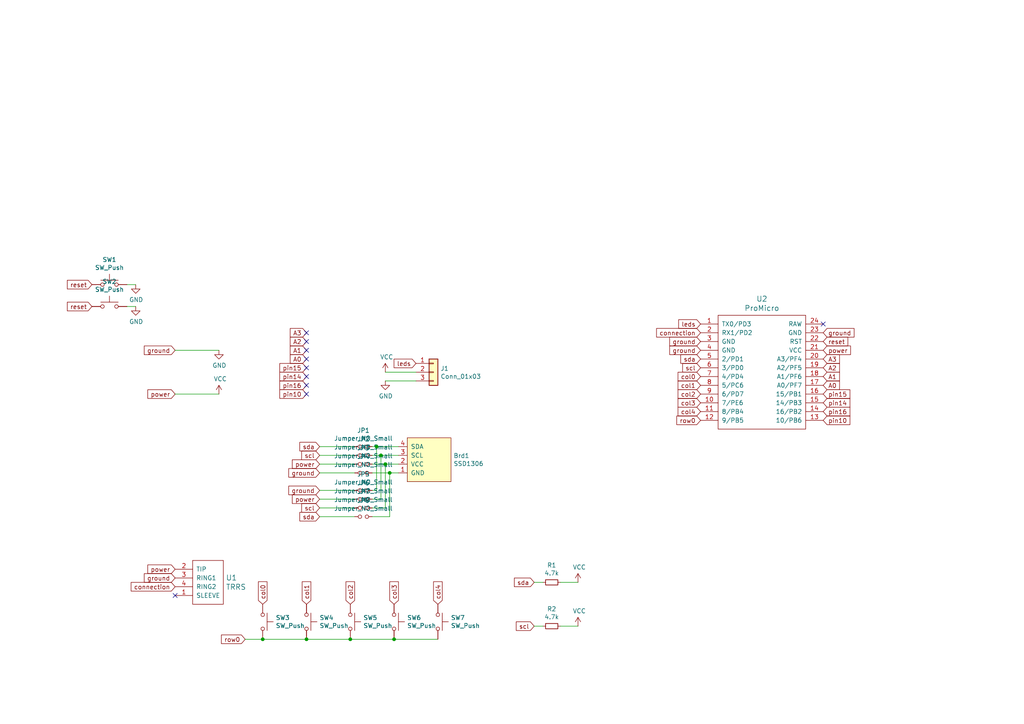
<source format=kicad_sch>
(kicad_sch (version 20211123) (generator eeschema)

  (uuid 5b0dbad6-f8c7-44da-b29a-67df7334c19a)

  (paper "A4")

  (lib_symbols
    (symbol "Connector_Generic:Conn_01x03" (pin_names (offset 1.016) hide) (in_bom yes) (on_board yes)
      (property "Reference" "J" (id 0) (at 0 5.08 0)
        (effects (font (size 1.27 1.27)))
      )
      (property "Value" "Conn_01x03" (id 1) (at 0 -5.08 0)
        (effects (font (size 1.27 1.27)))
      )
      (property "Footprint" "" (id 2) (at 0 0 0)
        (effects (font (size 1.27 1.27)) hide)
      )
      (property "Datasheet" "~" (id 3) (at 0 0 0)
        (effects (font (size 1.27 1.27)) hide)
      )
      (property "ki_keywords" "connector" (id 4) (at 0 0 0)
        (effects (font (size 1.27 1.27)) hide)
      )
      (property "ki_description" "Generic connector, single row, 01x03, script generated (kicad-library-utils/schlib/autogen/connector/)" (id 5) (at 0 0 0)
        (effects (font (size 1.27 1.27)) hide)
      )
      (property "ki_fp_filters" "Connector*:*_1x??_*" (id 6) (at 0 0 0)
        (effects (font (size 1.27 1.27)) hide)
      )
      (symbol "Conn_01x03_1_1"
        (rectangle (start -1.27 -2.413) (end 0 -2.667)
          (stroke (width 0.1524) (type default) (color 0 0 0 0))
          (fill (type none))
        )
        (rectangle (start -1.27 0.127) (end 0 -0.127)
          (stroke (width 0.1524) (type default) (color 0 0 0 0))
          (fill (type none))
        )
        (rectangle (start -1.27 2.667) (end 0 2.413)
          (stroke (width 0.1524) (type default) (color 0 0 0 0))
          (fill (type none))
        )
        (rectangle (start -1.27 3.81) (end 1.27 -3.81)
          (stroke (width 0.254) (type default) (color 0 0 0 0))
          (fill (type background))
        )
        (pin passive line (at -5.08 2.54 0) (length 3.81)
          (name "Pin_1" (effects (font (size 1.27 1.27))))
          (number "1" (effects (font (size 1.27 1.27))))
        )
        (pin passive line (at -5.08 0 0) (length 3.81)
          (name "Pin_2" (effects (font (size 1.27 1.27))))
          (number "2" (effects (font (size 1.27 1.27))))
        )
        (pin passive line (at -5.08 -2.54 0) (length 3.81)
          (name "Pin_3" (effects (font (size 1.27 1.27))))
          (number "3" (effects (font (size 1.27 1.27))))
        )
      )
    )
    (symbol "Device:R_Small" (pin_numbers hide) (pin_names (offset 0.254) hide) (in_bom yes) (on_board yes)
      (property "Reference" "R" (id 0) (at 0.762 0.508 0)
        (effects (font (size 1.27 1.27)) (justify left))
      )
      (property "Value" "R_Small" (id 1) (at 0.762 -1.016 0)
        (effects (font (size 1.27 1.27)) (justify left))
      )
      (property "Footprint" "" (id 2) (at 0 0 0)
        (effects (font (size 1.27 1.27)) hide)
      )
      (property "Datasheet" "~" (id 3) (at 0 0 0)
        (effects (font (size 1.27 1.27)) hide)
      )
      (property "ki_keywords" "R resistor" (id 4) (at 0 0 0)
        (effects (font (size 1.27 1.27)) hide)
      )
      (property "ki_description" "Resistor, small symbol" (id 5) (at 0 0 0)
        (effects (font (size 1.27 1.27)) hide)
      )
      (property "ki_fp_filters" "R_*" (id 6) (at 0 0 0)
        (effects (font (size 1.27 1.27)) hide)
      )
      (symbol "R_Small_0_1"
        (rectangle (start -0.762 1.778) (end 0.762 -1.778)
          (stroke (width 0.2032) (type default) (color 0 0 0 0))
          (fill (type none))
        )
      )
      (symbol "R_Small_1_1"
        (pin passive line (at 0 2.54 270) (length 0.762)
          (name "~" (effects (font (size 1.27 1.27))))
          (number "1" (effects (font (size 1.27 1.27))))
        )
        (pin passive line (at 0 -2.54 90) (length 0.762)
          (name "~" (effects (font (size 1.27 1.27))))
          (number "2" (effects (font (size 1.27 1.27))))
        )
      )
    )
    (symbol "Switch:SW_Push" (pin_numbers hide) (pin_names (offset 1.016) hide) (in_bom yes) (on_board yes)
      (property "Reference" "SW" (id 0) (at 1.27 2.54 0)
        (effects (font (size 1.27 1.27)) (justify left))
      )
      (property "Value" "SW_Push" (id 1) (at 0 -1.524 0)
        (effects (font (size 1.27 1.27)))
      )
      (property "Footprint" "" (id 2) (at 0 5.08 0)
        (effects (font (size 1.27 1.27)) hide)
      )
      (property "Datasheet" "~" (id 3) (at 0 5.08 0)
        (effects (font (size 1.27 1.27)) hide)
      )
      (property "ki_keywords" "switch normally-open pushbutton push-button" (id 4) (at 0 0 0)
        (effects (font (size 1.27 1.27)) hide)
      )
      (property "ki_description" "Push button switch, generic, two pins" (id 5) (at 0 0 0)
        (effects (font (size 1.27 1.27)) hide)
      )
      (symbol "SW_Push_0_1"
        (circle (center -2.032 0) (radius 0.508)
          (stroke (width 0) (type default) (color 0 0 0 0))
          (fill (type none))
        )
        (polyline
          (pts
            (xy 0 1.27)
            (xy 0 3.048)
          )
          (stroke (width 0) (type default) (color 0 0 0 0))
          (fill (type none))
        )
        (polyline
          (pts
            (xy 2.54 1.27)
            (xy -2.54 1.27)
          )
          (stroke (width 0) (type default) (color 0 0 0 0))
          (fill (type none))
        )
        (circle (center 2.032 0) (radius 0.508)
          (stroke (width 0) (type default) (color 0 0 0 0))
          (fill (type none))
        )
        (pin passive line (at -5.08 0 0) (length 2.54)
          (name "1" (effects (font (size 1.27 1.27))))
          (number "1" (effects (font (size 1.27 1.27))))
        )
        (pin passive line (at 5.08 0 180) (length 2.54)
          (name "2" (effects (font (size 1.27 1.27))))
          (number "2" (effects (font (size 1.27 1.27))))
        )
      )
    )
    (symbol "power:GND" (power) (pin_names (offset 0)) (in_bom yes) (on_board yes)
      (property "Reference" "#PWR" (id 0) (at 0 -6.35 0)
        (effects (font (size 1.27 1.27)) hide)
      )
      (property "Value" "GND" (id 1) (at 0 -3.81 0)
        (effects (font (size 1.27 1.27)))
      )
      (property "Footprint" "" (id 2) (at 0 0 0)
        (effects (font (size 1.27 1.27)) hide)
      )
      (property "Datasheet" "" (id 3) (at 0 0 0)
        (effects (font (size 1.27 1.27)) hide)
      )
      (property "ki_keywords" "power-flag" (id 4) (at 0 0 0)
        (effects (font (size 1.27 1.27)) hide)
      )
      (property "ki_description" "Power symbol creates a global label with name \"GND\" , ground" (id 5) (at 0 0 0)
        (effects (font (size 1.27 1.27)) hide)
      )
      (symbol "GND_0_1"
        (polyline
          (pts
            (xy 0 0)
            (xy 0 -1.27)
            (xy 1.27 -1.27)
            (xy 0 -2.54)
            (xy -1.27 -1.27)
            (xy 0 -1.27)
          )
          (stroke (width 0) (type default) (color 0 0 0 0))
          (fill (type none))
        )
      )
      (symbol "GND_1_1"
        (pin power_in line (at 0 0 270) (length 0) hide
          (name "GND" (effects (font (size 1.27 1.27))))
          (number "1" (effects (font (size 1.27 1.27))))
        )
      )
    )
    (symbol "power:VCC" (power) (pin_names (offset 0)) (in_bom yes) (on_board yes)
      (property "Reference" "#PWR" (id 0) (at 0 -3.81 0)
        (effects (font (size 1.27 1.27)) hide)
      )
      (property "Value" "VCC" (id 1) (at 0 3.81 0)
        (effects (font (size 1.27 1.27)))
      )
      (property "Footprint" "" (id 2) (at 0 0 0)
        (effects (font (size 1.27 1.27)) hide)
      )
      (property "Datasheet" "" (id 3) (at 0 0 0)
        (effects (font (size 1.27 1.27)) hide)
      )
      (property "ki_keywords" "power-flag" (id 4) (at 0 0 0)
        (effects (font (size 1.27 1.27)) hide)
      )
      (property "ki_description" "Power symbol creates a global label with name \"VCC\"" (id 5) (at 0 0 0)
        (effects (font (size 1.27 1.27)) hide)
      )
      (symbol "VCC_0_1"
        (polyline
          (pts
            (xy -0.762 1.27)
            (xy 0 2.54)
          )
          (stroke (width 0) (type default) (color 0 0 0 0))
          (fill (type none))
        )
        (polyline
          (pts
            (xy 0 0)
            (xy 0 2.54)
          )
          (stroke (width 0) (type default) (color 0 0 0 0))
          (fill (type none))
        )
        (polyline
          (pts
            (xy 0 2.54)
            (xy 0.762 1.27)
          )
          (stroke (width 0) (type default) (color 0 0 0 0))
          (fill (type none))
        )
      )
      (symbol "VCC_1_1"
        (pin power_in line (at 0 0 90) (length 0) hide
          (name "VCC" (effects (font (size 1.27 1.27))))
          (number "1" (effects (font (size 1.27 1.27))))
        )
      )
    )
    (symbol "space_ginny_kicad-rescue:Jumper_NO_Small-Device" (pin_numbers hide) (pin_names (offset 0.762) hide) (in_bom yes) (on_board yes)
      (property "Reference" "JP" (id 0) (at 0 2.032 0)
        (effects (font (size 1.27 1.27)))
      )
      (property "Value" "Jumper_NO_Small-Device" (id 1) (at 0.254 -1.524 0)
        (effects (font (size 1.27 1.27)))
      )
      (property "Footprint" "" (id 2) (at 0 0 0)
        (effects (font (size 1.27 1.27)) hide)
      )
      (property "Datasheet" "" (id 3) (at 0 0 0)
        (effects (font (size 1.27 1.27)) hide)
      )
      (property "ki_fp_filters" "SolderJumper*Open* Jumper* TestPoint*2Pads* TestPoint*Bridge*" (id 4) (at 0 0 0)
        (effects (font (size 1.27 1.27)) hide)
      )
      (symbol "Jumper_NO_Small-Device_0_1"
        (circle (center -1.016 0) (radius 0.508)
          (stroke (width 0) (type default) (color 0 0 0 0))
          (fill (type none))
        )
        (circle (center 1.016 0) (radius 0.508)
          (stroke (width 0) (type default) (color 0 0 0 0))
          (fill (type none))
        )
        (pin passive line (at -2.54 0 0) (length 1.016)
          (name "1" (effects (font (size 1.27 1.27))))
          (number "1" (effects (font (size 1.27 1.27))))
        )
        (pin passive line (at 2.54 0 180) (length 1.016)
          (name "2" (effects (font (size 1.27 1.27))))
          (number "2" (effects (font (size 1.27 1.27))))
        )
      )
    )
    (symbol "space_ginny_kicad-rescue:ProMicro-keebio" (pin_names (offset 1.016)) (in_bom yes) (on_board yes)
      (property "Reference" "U" (id 0) (at 0 0 0)
        (effects (font (size 1.524 1.524)))
      )
      (property "Value" "ProMicro-keebio" (id 1) (at 0 -19.05 0)
        (effects (font (size 1.524 1.524)))
      )
      (property "Footprint" "" (id 2) (at 26.67 -63.5 90)
        (effects (font (size 1.524 1.524)) hide)
      )
      (property "Datasheet" "" (id 3) (at 26.67 -63.5 90)
        (effects (font (size 1.524 1.524)) hide)
      )
      (symbol "ProMicro-keebio_0_1"
        (rectangle (start -12.7 -16.51) (end 12.7 16.51)
          (stroke (width 0) (type default) (color 0 0 0 0))
          (fill (type none))
        )
      )
      (symbol "ProMicro-keebio_1_1"
        (pin input line (at -17.78 13.97 0) (length 5.08)
          (name "TX0/PD3" (effects (font (size 1.27 1.27))))
          (number "1" (effects (font (size 1.27 1.27))))
        )
        (pin input line (at -17.78 -8.89 0) (length 5.08)
          (name "7/PE6" (effects (font (size 1.27 1.27))))
          (number "10" (effects (font (size 1.27 1.27))))
        )
        (pin input line (at -17.78 -11.43 0) (length 5.08)
          (name "8/PB4" (effects (font (size 1.27 1.27))))
          (number "11" (effects (font (size 1.27 1.27))))
        )
        (pin input line (at -17.78 -13.97 0) (length 5.08)
          (name "9/PB5" (effects (font (size 1.27 1.27))))
          (number "12" (effects (font (size 1.27 1.27))))
        )
        (pin input line (at 17.78 -13.97 180) (length 5.08)
          (name "10/PB6" (effects (font (size 1.27 1.27))))
          (number "13" (effects (font (size 1.27 1.27))))
        )
        (pin input line (at 17.78 -11.43 180) (length 5.08)
          (name "16/PB2" (effects (font (size 1.27 1.27))))
          (number "14" (effects (font (size 1.27 1.27))))
        )
        (pin input line (at 17.78 -8.89 180) (length 5.08)
          (name "14/PB3" (effects (font (size 1.27 1.27))))
          (number "15" (effects (font (size 1.27 1.27))))
        )
        (pin input line (at 17.78 -6.35 180) (length 5.08)
          (name "15/PB1" (effects (font (size 1.27 1.27))))
          (number "16" (effects (font (size 1.27 1.27))))
        )
        (pin input line (at 17.78 -3.81 180) (length 5.08)
          (name "A0/PF7" (effects (font (size 1.27 1.27))))
          (number "17" (effects (font (size 1.27 1.27))))
        )
        (pin input line (at 17.78 -1.27 180) (length 5.08)
          (name "A1/PF6" (effects (font (size 1.27 1.27))))
          (number "18" (effects (font (size 1.27 1.27))))
        )
        (pin input line (at 17.78 1.27 180) (length 5.08)
          (name "A2/PF5" (effects (font (size 1.27 1.27))))
          (number "19" (effects (font (size 1.27 1.27))))
        )
        (pin input line (at -17.78 11.43 0) (length 5.08)
          (name "RX1/PD2" (effects (font (size 1.27 1.27))))
          (number "2" (effects (font (size 1.27 1.27))))
        )
        (pin input line (at 17.78 3.81 180) (length 5.08)
          (name "A3/PF4" (effects (font (size 1.27 1.27))))
          (number "20" (effects (font (size 1.27 1.27))))
        )
        (pin input line (at 17.78 6.35 180) (length 5.08)
          (name "VCC" (effects (font (size 1.27 1.27))))
          (number "21" (effects (font (size 1.27 1.27))))
        )
        (pin input line (at 17.78 8.89 180) (length 5.08)
          (name "RST" (effects (font (size 1.27 1.27))))
          (number "22" (effects (font (size 1.27 1.27))))
        )
        (pin input line (at 17.78 11.43 180) (length 5.08)
          (name "GND" (effects (font (size 1.27 1.27))))
          (number "23" (effects (font (size 1.27 1.27))))
        )
        (pin input line (at 17.78 13.97 180) (length 5.08)
          (name "RAW" (effects (font (size 1.27 1.27))))
          (number "24" (effects (font (size 1.27 1.27))))
        )
        (pin input line (at -17.78 8.89 0) (length 5.08)
          (name "GND" (effects (font (size 1.27 1.27))))
          (number "3" (effects (font (size 1.27 1.27))))
        )
        (pin input line (at -17.78 6.35 0) (length 5.08)
          (name "GND" (effects (font (size 1.27 1.27))))
          (number "4" (effects (font (size 1.27 1.27))))
        )
        (pin input line (at -17.78 3.81 0) (length 5.08)
          (name "2/PD1" (effects (font (size 1.27 1.27))))
          (number "5" (effects (font (size 1.27 1.27))))
        )
        (pin input line (at -17.78 1.27 0) (length 5.08)
          (name "3/PD0" (effects (font (size 1.27 1.27))))
          (number "6" (effects (font (size 1.27 1.27))))
        )
        (pin input line (at -17.78 -1.27 0) (length 5.08)
          (name "4/PD4" (effects (font (size 1.27 1.27))))
          (number "7" (effects (font (size 1.27 1.27))))
        )
        (pin input line (at -17.78 -3.81 0) (length 5.08)
          (name "5/PC6" (effects (font (size 1.27 1.27))))
          (number "8" (effects (font (size 1.27 1.27))))
        )
        (pin input line (at -17.78 -6.35 0) (length 5.08)
          (name "6/PD7" (effects (font (size 1.27 1.27))))
          (number "9" (effects (font (size 1.27 1.27))))
        )
      )
    )
    (symbol "space_ginny_kicad-rescue:SSD1306-SSD1306-128x64_OLED" (pin_names (offset 1.016)) (in_bom yes) (on_board yes)
      (property "Reference" "Brd" (id 0) (at 0 -3.81 0)
        (effects (font (size 1.27 1.27)))
      )
      (property "Value" "SSD1306-SSD1306-128x64_OLED" (id 1) (at 0 -1.27 0)
        (effects (font (size 1.27 1.27)))
      )
      (property "Footprint" "" (id 2) (at 0 6.35 0)
        (effects (font (size 1.27 1.27)) hide)
      )
      (property "Datasheet" "" (id 3) (at 0 6.35 0)
        (effects (font (size 1.27 1.27)) hide)
      )
      (property "ki_fp_filters" "SSD1306-128x64_OLED:SSD1306" (id 4) (at 0 0 0)
        (effects (font (size 1.27 1.27)) hide)
      )
      (symbol "SSD1306-SSD1306-128x64_OLED_0_1"
        (rectangle (start -6.35 6.35) (end 6.35 -6.35)
          (stroke (width 0) (type default) (color 0 0 0 0))
          (fill (type background))
        )
      )
      (symbol "SSD1306-SSD1306-128x64_OLED_1_1"
        (pin input line (at -3.81 8.89 270) (length 2.54)
          (name "GND" (effects (font (size 1.27 1.27))))
          (number "1" (effects (font (size 1.27 1.27))))
        )
        (pin input line (at -1.27 8.89 270) (length 2.54)
          (name "VCC" (effects (font (size 1.27 1.27))))
          (number "2" (effects (font (size 1.27 1.27))))
        )
        (pin input line (at 1.27 8.89 270) (length 2.54)
          (name "SCL" (effects (font (size 1.27 1.27))))
          (number "3" (effects (font (size 1.27 1.27))))
        )
        (pin input line (at 3.81 8.89 270) (length 2.54)
          (name "SDA" (effects (font (size 1.27 1.27))))
          (number "4" (effects (font (size 1.27 1.27))))
        )
      )
    )
    (symbol "space_ginny_kicad-rescue:TRRS-keebio" (pin_names (offset 1.016)) (in_bom yes) (on_board yes)
      (property "Reference" "U" (id 0) (at 0 15.24 0)
        (effects (font (size 1.524 1.524)))
      )
      (property "Value" "TRRS-keebio" (id 1) (at 0 -2.54 0)
        (effects (font (size 1.524 1.524)))
      )
      (property "Footprint" "" (id 2) (at 3.81 0 0)
        (effects (font (size 1.524 1.524)) hide)
      )
      (property "Datasheet" "" (id 3) (at 3.81 0 0)
        (effects (font (size 1.524 1.524)) hide)
      )
      (symbol "TRRS-keebio_0_1"
        (rectangle (start -3.81 0) (end -3.81 12.7)
          (stroke (width 0) (type default) (color 0 0 0 0))
          (fill (type none))
        )
        (rectangle (start -3.81 12.7) (end 5.08 12.7)
          (stroke (width 0) (type default) (color 0 0 0 0))
          (fill (type none))
        )
        (rectangle (start 5.08 0) (end -3.81 0)
          (stroke (width 0) (type default) (color 0 0 0 0))
          (fill (type none))
        )
        (rectangle (start 5.08 12.7) (end 5.08 0)
          (stroke (width 0) (type default) (color 0 0 0 0))
          (fill (type none))
        )
      )
      (symbol "TRRS-keebio_1_1"
        (pin input line (at -8.89 2.54 0) (length 5.08)
          (name "SLEEVE" (effects (font (size 1.27 1.27))))
          (number "1" (effects (font (size 1.27 1.27))))
        )
        (pin input line (at -8.89 10.16 0) (length 5.08)
          (name "TIP" (effects (font (size 1.27 1.27))))
          (number "2" (effects (font (size 1.27 1.27))))
        )
        (pin input line (at -8.89 7.62 0) (length 5.08)
          (name "RING1" (effects (font (size 1.27 1.27))))
          (number "3" (effects (font (size 1.27 1.27))))
        )
        (pin input line (at -8.89 5.08 0) (length 5.08)
          (name "RING2" (effects (font (size 1.27 1.27))))
          (number "4" (effects (font (size 1.27 1.27))))
        )
      )
    )
  )

  (junction (at 110.49 132.08) (diameter 0) (color 0 0 0 0)
    (uuid 0cbb9905-808e-408a-ae3c-08958b73d47b)
  )
  (junction (at 114.3 185.42) (diameter 0) (color 0 0 0 0)
    (uuid 33b8bf0a-ca8d-43d7-8813-b547e06b2227)
  )
  (junction (at 101.6 185.42) (diameter 0) (color 0 0 0 0)
    (uuid 3c34e4ca-3bb5-4c33-9189-58ee2d0d149b)
  )
  (junction (at 109.22 129.54) (diameter 0) (color 0 0 0 0)
    (uuid 5d6fca50-539b-435b-bfb1-7e97a8692b81)
  )
  (junction (at 88.9 185.42) (diameter 0) (color 0 0 0 0)
    (uuid 6e7eb3cf-f2d9-4fc2-93c7-07dd22e28919)
  )
  (junction (at 113.03 137.16) (diameter 0) (color 0 0 0 0)
    (uuid ca0c009c-096e-4401-87b7-111d0608a9ac)
  )
  (junction (at 76.2 185.42) (diameter 0) (color 0 0 0 0)
    (uuid d8cb0f5f-15ff-4edc-9c65-8b17c20f985a)
  )
  (junction (at 111.76 134.62) (diameter 0) (color 0 0 0 0)
    (uuid fb3891cb-3251-4f6b-b040-429bd3bc2405)
  )

  (no_connect (at 88.9 114.3) (uuid 0650f774-2e58-4e31-abec-90ab80abe9e1))
  (no_connect (at 88.9 106.68) (uuid 076699a2-6476-4fc2-8568-e5aeb5075dcd))
  (no_connect (at 88.9 109.22) (uuid 2b3d1bd7-2c3f-4e00-bf5d-4e2c3e4d8a7e))
  (no_connect (at 88.9 96.52) (uuid 4d4066ee-5c7d-4ee4-8ccc-bf3509a2b226))
  (no_connect (at 88.9 99.06) (uuid 5da3ca09-70b6-46a6-904c-d4414b3775b7))
  (no_connect (at 88.9 111.76) (uuid 980458c4-7bf7-41b3-b11b-d0f5e1be6fbb))
  (no_connect (at 88.9 101.6) (uuid ae84ccdb-862b-4067-8872-e25a5a2750d0))
  (no_connect (at 88.9 104.14) (uuid d34eddb5-a658-4797-bb7c-9b7d883b55ad))
  (no_connect (at 50.8 172.72) (uuid d78afde1-d049-4be5-8fea-9492093c619f))
  (no_connect (at 238.76 93.98) (uuid e7e17966-4a4c-4f26-9b02-e0b63618d99e))

  (wire (pts (xy 92.71 134.62) (xy 102.87 134.62))
    (stroke (width 0) (type default) (color 0 0 0 0))
    (uuid 06e9917d-ce79-4683-8c30-a71534e3db19)
  )
  (wire (pts (xy 107.95 147.32) (xy 111.76 147.32))
    (stroke (width 0) (type default) (color 0 0 0 0))
    (uuid 10cbba41-8846-41e1-8bc8-01afcd4d48ad)
  )
  (wire (pts (xy 107.95 149.86) (xy 113.03 149.86))
    (stroke (width 0) (type default) (color 0 0 0 0))
    (uuid 160e8aff-ddd1-482c-ac3d-5b4cc79d2953)
  )
  (wire (pts (xy 36.83 88.9) (xy 39.37 88.9))
    (stroke (width 0) (type default) (color 0 0 0 0))
    (uuid 1b33ffb0-f05d-451f-8c21-603abdf906f1)
  )
  (wire (pts (xy 76.2 185.42) (xy 88.9 185.42))
    (stroke (width 0) (type default) (color 0 0 0 0))
    (uuid 2c141083-1dba-49f4-b5ed-d9a1f7c01c1b)
  )
  (wire (pts (xy 111.76 147.32) (xy 111.76 134.62))
    (stroke (width 0) (type default) (color 0 0 0 0))
    (uuid 336b8653-bc3d-44e3-968f-f914cd48b714)
  )
  (wire (pts (xy 107.95 132.08) (xy 110.49 132.08))
    (stroke (width 0) (type default) (color 0 0 0 0))
    (uuid 3c7d0aff-fe8f-4f56-afe7-2c4b0854f532)
  )
  (wire (pts (xy 36.83 82.55) (xy 39.37 82.55))
    (stroke (width 0) (type default) (color 0 0 0 0))
    (uuid 4282329f-14b6-4534-86b1-8ed239a5f77a)
  )
  (wire (pts (xy 107.95 134.62) (xy 111.76 134.62))
    (stroke (width 0) (type default) (color 0 0 0 0))
    (uuid 42c0e73f-08bb-44fa-b934-5c625744e676)
  )
  (wire (pts (xy 101.6 185.42) (xy 114.3 185.42))
    (stroke (width 0) (type default) (color 0 0 0 0))
    (uuid 4af78c5d-f274-4957-bfb6-449dc37249f3)
  )
  (wire (pts (xy 111.76 134.62) (xy 115.57 134.62))
    (stroke (width 0) (type default) (color 0 0 0 0))
    (uuid 5130cc03-983c-45e3-be6a-788426d989c7)
  )
  (wire (pts (xy 107.95 137.16) (xy 113.03 137.16))
    (stroke (width 0) (type default) (color 0 0 0 0))
    (uuid 5c23795e-ee3d-4a63-a728-172bc98ae64e)
  )
  (wire (pts (xy 162.56 168.91) (xy 167.64 168.91))
    (stroke (width 0) (type default) (color 0 0 0 0))
    (uuid 5ffce2e2-9670-45c5-b702-3fa6820ba047)
  )
  (wire (pts (xy 92.71 149.86) (xy 102.87 149.86))
    (stroke (width 0) (type default) (color 0 0 0 0))
    (uuid 616bf4c7-4dc6-4513-bd05-482785a4d64c)
  )
  (wire (pts (xy 50.8 114.3) (xy 63.5 114.3))
    (stroke (width 0) (type default) (color 0 0 0 0))
    (uuid 68773374-42a0-4af5-b239-385350752d4f)
  )
  (wire (pts (xy 92.71 144.78) (xy 102.87 144.78))
    (stroke (width 0) (type default) (color 0 0 0 0))
    (uuid 6a35e178-7d20-44ea-8f87-4c33ab1cec10)
  )
  (wire (pts (xy 107.95 144.78) (xy 110.49 144.78))
    (stroke (width 0) (type default) (color 0 0 0 0))
    (uuid 74ea02f8-52ea-4f3e-933d-0cd41129d9db)
  )
  (wire (pts (xy 92.71 142.24) (xy 102.87 142.24))
    (stroke (width 0) (type default) (color 0 0 0 0))
    (uuid 7830047f-e1a6-4c83-8438-b3382336f4f5)
  )
  (wire (pts (xy 154.94 181.61) (xy 157.48 181.61))
    (stroke (width 0) (type default) (color 0 0 0 0))
    (uuid 7dc2c6d2-9937-4538-b4c3-a42e857db122)
  )
  (wire (pts (xy 92.71 137.16) (xy 102.87 137.16))
    (stroke (width 0) (type default) (color 0 0 0 0))
    (uuid 84551e78-dc23-4d57-8e95-115dfd070efd)
  )
  (wire (pts (xy 107.95 129.54) (xy 109.22 129.54))
    (stroke (width 0) (type default) (color 0 0 0 0))
    (uuid 8973ffd4-4df2-417b-b9c9-a4c70263cce4)
  )
  (wire (pts (xy 92.71 147.32) (xy 102.87 147.32))
    (stroke (width 0) (type default) (color 0 0 0 0))
    (uuid 8ab6ebe2-54e7-4b31-863a-37c4e69746fc)
  )
  (wire (pts (xy 109.22 129.54) (xy 115.57 129.54))
    (stroke (width 0) (type default) (color 0 0 0 0))
    (uuid 8dc1ab53-a31b-493d-aabc-d173a0c70469)
  )
  (wire (pts (xy 92.71 132.08) (xy 102.87 132.08))
    (stroke (width 0) (type default) (color 0 0 0 0))
    (uuid 937fdc2d-dfee-4118-b888-56c07640b9e8)
  )
  (wire (pts (xy 71.12 185.42) (xy 76.2 185.42))
    (stroke (width 0) (type default) (color 0 0 0 0))
    (uuid a7b3d9d3-82c7-4f35-9833-841b512149b5)
  )
  (wire (pts (xy 111.76 110.49) (xy 120.65 110.49))
    (stroke (width 0) (type default) (color 0 0 0 0))
    (uuid b756a821-1226-45e8-a95b-a4e62ed86f57)
  )
  (wire (pts (xy 109.22 142.24) (xy 109.22 129.54))
    (stroke (width 0) (type default) (color 0 0 0 0))
    (uuid bc5a3375-5903-4130-aedf-a5ff20790212)
  )
  (wire (pts (xy 111.76 107.95) (xy 120.65 107.95))
    (stroke (width 0) (type default) (color 0 0 0 0))
    (uuid c1436569-70cc-44a1-b7af-bcac7e5aaeef)
  )
  (wire (pts (xy 107.95 142.24) (xy 109.22 142.24))
    (stroke (width 0) (type default) (color 0 0 0 0))
    (uuid c221e526-a5f8-4dca-9e8a-a419d6f0ee2f)
  )
  (wire (pts (xy 114.3 185.42) (xy 127 185.42))
    (stroke (width 0) (type default) (color 0 0 0 0))
    (uuid c3a90dc0-2bf9-4e1c-9623-8abeb4335196)
  )
  (wire (pts (xy 113.03 149.86) (xy 113.03 137.16))
    (stroke (width 0) (type default) (color 0 0 0 0))
    (uuid cb5b4e91-6825-4092-a068-c10d5905aaf1)
  )
  (wire (pts (xy 110.49 132.08) (xy 115.57 132.08))
    (stroke (width 0) (type default) (color 0 0 0 0))
    (uuid ceeba7ec-3953-44a6-9deb-b50cd1fb2498)
  )
  (wire (pts (xy 154.94 168.91) (xy 157.48 168.91))
    (stroke (width 0) (type default) (color 0 0 0 0))
    (uuid d6b8101d-af8c-40cf-898b-459d02cebf16)
  )
  (wire (pts (xy 50.8 101.6) (xy 63.5 101.6))
    (stroke (width 0) (type default) (color 0 0 0 0))
    (uuid e29fc922-051f-4665-81e2-fbc91fb70927)
  )
  (wire (pts (xy 110.49 144.78) (xy 110.49 132.08))
    (stroke (width 0) (type default) (color 0 0 0 0))
    (uuid e2be9cbc-003e-42d3-8d3f-8e65077c98db)
  )
  (wire (pts (xy 113.03 137.16) (xy 115.57 137.16))
    (stroke (width 0) (type default) (color 0 0 0 0))
    (uuid e5594c81-9dfe-43ad-b215-6df9e8919eed)
  )
  (wire (pts (xy 162.56 181.61) (xy 167.64 181.61))
    (stroke (width 0) (type default) (color 0 0 0 0))
    (uuid e58a602f-0427-4c3c-9fd1-5ba464b5c17f)
  )
  (wire (pts (xy 92.71 129.54) (xy 102.87 129.54))
    (stroke (width 0) (type default) (color 0 0 0 0))
    (uuid ee1a2b51-326f-46db-8662-16c8fa1a1209)
  )
  (wire (pts (xy 88.9 185.42) (xy 101.6 185.42))
    (stroke (width 0) (type default) (color 0 0 0 0))
    (uuid f2f8d44c-2d1f-4cce-b1a1-831a1948165c)
  )

  (global_label "reset" (shape input) (at 238.76 99.06 0) (fields_autoplaced)
    (effects (font (size 1.27 1.27)) (justify left))
    (uuid 017dc9dc-2db7-474b-9902-1c0e2ff77b02)
    (property "Intersheet References" "${INTERSHEET_REFS}" (id 0) (at 0 0 0)
      (effects (font (size 1.27 1.27)) hide)
    )
  )
  (global_label "pin16" (shape input) (at 238.76 119.38 0) (fields_autoplaced)
    (effects (font (size 1.27 1.27)) (justify left))
    (uuid 03c91a8f-c811-48a0-9f41-bb11fea1e788)
    (property "Intersheet References" "${INTERSHEET_REFS}" (id 0) (at 0 0 0)
      (effects (font (size 1.27 1.27)) hide)
    )
  )
  (global_label "A2" (shape input) (at 238.76 106.68 0) (fields_autoplaced)
    (effects (font (size 1.27 1.27)) (justify left))
    (uuid 05eebec3-b796-4ac0-8ac3-7eb339797617)
    (property "Intersheet References" "${INTERSHEET_REFS}" (id 0) (at 0 0 0)
      (effects (font (size 1.27 1.27)) hide)
    )
  )
  (global_label "leds" (shape input) (at 120.65 105.41 180) (fields_autoplaced)
    (effects (font (size 1.27 1.27)) (justify right))
    (uuid 05fda456-060b-4249-9ba4-b17e636faac3)
    (property "Intersheet References" "${INTERSHEET_REFS}" (id 0) (at 0 0 0)
      (effects (font (size 1.27 1.27)) hide)
    )
  )
  (global_label "pin16" (shape input) (at 88.9 111.76 180) (fields_autoplaced)
    (effects (font (size 1.27 1.27)) (justify right))
    (uuid 10719b55-d054-4f68-891e-bb8d670d8f91)
    (property "Intersheet References" "${INTERSHEET_REFS}" (id 0) (at 0 0 0)
      (effects (font (size 1.27 1.27)) hide)
    )
  )
  (global_label "sda" (shape input) (at 203.2 104.14 180) (fields_autoplaced)
    (effects (font (size 1.27 1.27)) (justify right))
    (uuid 171a2de7-d63d-48e3-9309-f0a5829130a6)
    (property "Intersheet References" "${INTERSHEET_REFS}" (id 0) (at 0 0 0)
      (effects (font (size 1.27 1.27)) hide)
    )
  )
  (global_label "A1" (shape input) (at 88.9 101.6 180) (fields_autoplaced)
    (effects (font (size 1.27 1.27)) (justify right))
    (uuid 2d0c3ff2-f712-4c3e-9b44-63757bc6f034)
    (property "Intersheet References" "${INTERSHEET_REFS}" (id 0) (at 0 0 0)
      (effects (font (size 1.27 1.27)) hide)
    )
  )
  (global_label "power" (shape input) (at 238.76 101.6 0) (fields_autoplaced)
    (effects (font (size 1.27 1.27)) (justify left))
    (uuid 2e011946-c475-4a1b-a7c5-fc85d6c5a10a)
    (property "Intersheet References" "${INTERSHEET_REFS}" (id 0) (at 0 0 0)
      (effects (font (size 1.27 1.27)) hide)
    )
  )
  (global_label "power" (shape input) (at 50.8 165.1 180) (fields_autoplaced)
    (effects (font (size 1.27 1.27)) (justify right))
    (uuid 2e25c0b4-a58d-48ac-bbfb-58de7c529941)
    (property "Intersheet References" "${INTERSHEET_REFS}" (id 0) (at 0 0 0)
      (effects (font (size 1.27 1.27)) hide)
    )
  )
  (global_label "scl" (shape input) (at 154.94 181.61 180) (fields_autoplaced)
    (effects (font (size 1.27 1.27)) (justify right))
    (uuid 2f5cffe4-0af7-4907-a7e5-ea7d232c6cd5)
    (property "Intersheet References" "${INTERSHEET_REFS}" (id 0) (at 0 0 0)
      (effects (font (size 1.27 1.27)) hide)
    )
  )
  (global_label "A1" (shape input) (at 238.76 109.22 0) (fields_autoplaced)
    (effects (font (size 1.27 1.27)) (justify left))
    (uuid 3654b3b9-94f2-40bd-9880-359b3089f643)
    (property "Intersheet References" "${INTERSHEET_REFS}" (id 0) (at 0 0 0)
      (effects (font (size 1.27 1.27)) hide)
    )
  )
  (global_label "ground" (shape input) (at 50.8 167.64 180) (fields_autoplaced)
    (effects (font (size 1.27 1.27)) (justify right))
    (uuid 3e1a5e83-6163-4911-b135-76317624f4e4)
    (property "Intersheet References" "${INTERSHEET_REFS}" (id 0) (at 0 0 0)
      (effects (font (size 1.27 1.27)) hide)
    )
  )
  (global_label "sda" (shape input) (at 154.94 168.91 180) (fields_autoplaced)
    (effects (font (size 1.27 1.27)) (justify right))
    (uuid 48894d89-9653-44c9-a5ee-c1f79f9d3912)
    (property "Intersheet References" "${INTERSHEET_REFS}" (id 0) (at 0 0 0)
      (effects (font (size 1.27 1.27)) hide)
    )
  )
  (global_label "reset" (shape input) (at 26.67 82.55 180) (fields_autoplaced)
    (effects (font (size 1.27 1.27)) (justify right))
    (uuid 53175c7d-f277-4c09-9777-ddc52c63ca5b)
    (property "Intersheet References" "${INTERSHEET_REFS}" (id 0) (at 0 0 0)
      (effects (font (size 1.27 1.27)) hide)
    )
  )
  (global_label "A2" (shape input) (at 88.9 99.06 180) (fields_autoplaced)
    (effects (font (size 1.27 1.27)) (justify right))
    (uuid 53759e16-31f6-425d-ad0d-f22f1d13a30f)
    (property "Intersheet References" "${INTERSHEET_REFS}" (id 0) (at 0 0 0)
      (effects (font (size 1.27 1.27)) hide)
    )
  )
  (global_label "ground" (shape input) (at 203.2 99.06 180) (fields_autoplaced)
    (effects (font (size 1.27 1.27)) (justify right))
    (uuid 5561e92d-4bca-47f9-bb54-146573cd0d5f)
    (property "Intersheet References" "${INTERSHEET_REFS}" (id 0) (at 0 0 0)
      (effects (font (size 1.27 1.27)) hide)
    )
  )
  (global_label "pin15" (shape input) (at 88.9 106.68 180) (fields_autoplaced)
    (effects (font (size 1.27 1.27)) (justify right))
    (uuid 561badf4-a666-40e1-aa7f-04eae441b350)
    (property "Intersheet References" "${INTERSHEET_REFS}" (id 0) (at 0 0 0)
      (effects (font (size 1.27 1.27)) hide)
    )
  )
  (global_label "col3" (shape input) (at 203.2 116.84 180) (fields_autoplaced)
    (effects (font (size 1.27 1.27)) (justify right))
    (uuid 58c594a7-ae98-4ec4-9200-95409a34cd2e)
    (property "Intersheet References" "${INTERSHEET_REFS}" (id 0) (at 0 0 0)
      (effects (font (size 1.27 1.27)) hide)
    )
  )
  (global_label "col4" (shape input) (at 127 175.26 90) (fields_autoplaced)
    (effects (font (size 1.27 1.27)) (justify left))
    (uuid 59fea7ad-1664-4012-99dc-e9dbf096934a)
    (property "Intersheet References" "${INTERSHEET_REFS}" (id 0) (at 0 0 0)
      (effects (font (size 1.27 1.27)) hide)
    )
  )
  (global_label "pin10" (shape input) (at 238.76 121.92 0) (fields_autoplaced)
    (effects (font (size 1.27 1.27)) (justify left))
    (uuid 5b28bb8f-96fe-4a72-8c66-9df58e2f1897)
    (property "Intersheet References" "${INTERSHEET_REFS}" (id 0) (at 0 0 0)
      (effects (font (size 1.27 1.27)) hide)
    )
  )
  (global_label "col2" (shape input) (at 101.6 175.26 90) (fields_autoplaced)
    (effects (font (size 1.27 1.27)) (justify left))
    (uuid 67c05a29-0b90-429a-9a3c-575119b67286)
    (property "Intersheet References" "${INTERSHEET_REFS}" (id 0) (at 0 0 0)
      (effects (font (size 1.27 1.27)) hide)
    )
  )
  (global_label "sda" (shape input) (at 92.71 149.86 180) (fields_autoplaced)
    (effects (font (size 1.27 1.27)) (justify right))
    (uuid 67c43c90-f6e7-4ec7-8c2c-a05fac66b46a)
    (property "Intersheet References" "${INTERSHEET_REFS}" (id 0) (at 0 0 0)
      (effects (font (size 1.27 1.27)) hide)
    )
  )
  (global_label "reset" (shape input) (at 26.67 88.9 180) (fields_autoplaced)
    (effects (font (size 1.27 1.27)) (justify right))
    (uuid 6f10b566-77b3-4ff7-9539-a8111012486e)
    (property "Intersheet References" "${INTERSHEET_REFS}" (id 0) (at 0 0 0)
      (effects (font (size 1.27 1.27)) hide)
    )
  )
  (global_label "pin10" (shape input) (at 88.9 114.3 180) (fields_autoplaced)
    (effects (font (size 1.27 1.27)) (justify right))
    (uuid 757ed8fc-1206-4b10-be22-3b548c76102a)
    (property "Intersheet References" "${INTERSHEET_REFS}" (id 0) (at 0 0 0)
      (effects (font (size 1.27 1.27)) hide)
    )
  )
  (global_label "col0" (shape input) (at 76.2 175.26 90) (fields_autoplaced)
    (effects (font (size 1.27 1.27)) (justify left))
    (uuid 77a3dce7-1ab8-4310-9a26-cc2351503988)
    (property "Intersheet References" "${INTERSHEET_REFS}" (id 0) (at 0 0 0)
      (effects (font (size 1.27 1.27)) hide)
    )
  )
  (global_label "ground" (shape input) (at 238.76 96.52 0) (fields_autoplaced)
    (effects (font (size 1.27 1.27)) (justify left))
    (uuid 7ac7d779-b9bf-4de6-b046-39399424ed1a)
    (property "Intersheet References" "${INTERSHEET_REFS}" (id 0) (at 0 0 0)
      (effects (font (size 1.27 1.27)) hide)
    )
  )
  (global_label "ground" (shape input) (at 92.71 142.24 180) (fields_autoplaced)
    (effects (font (size 1.27 1.27)) (justify right))
    (uuid 88200bb6-62ad-4ce9-8aac-91146c4e6bcc)
    (property "Intersheet References" "${INTERSHEET_REFS}" (id 0) (at 0 0 0)
      (effects (font (size 1.27 1.27)) hide)
    )
  )
  (global_label "power" (shape input) (at 50.8 114.3 180) (fields_autoplaced)
    (effects (font (size 1.27 1.27)) (justify right))
    (uuid 88b31886-eb61-4d61-89ca-3f7bcd622524)
    (property "Intersheet References" "${INTERSHEET_REFS}" (id 0) (at 0 0 0)
      (effects (font (size 1.27 1.27)) hide)
    )
  )
  (global_label "col3" (shape input) (at 114.3 175.26 90) (fields_autoplaced)
    (effects (font (size 1.27 1.27)) (justify left))
    (uuid 8f5e2911-ae6e-4141-8c12-29030c39cee3)
    (property "Intersheet References" "${INTERSHEET_REFS}" (id 0) (at 0 0 0)
      (effects (font (size 1.27 1.27)) hide)
    )
  )
  (global_label "power" (shape input) (at 92.71 144.78 180) (fields_autoplaced)
    (effects (font (size 1.27 1.27)) (justify right))
    (uuid 91ea1488-aa73-419a-9ea5-24fb3e28a1b8)
    (property "Intersheet References" "${INTERSHEET_REFS}" (id 0) (at 0 0 0)
      (effects (font (size 1.27 1.27)) hide)
    )
  )
  (global_label "col0" (shape input) (at 203.2 109.22 180) (fields_autoplaced)
    (effects (font (size 1.27 1.27)) (justify right))
    (uuid 94a8465b-8f7b-4574-9f95-2483a18f9913)
    (property "Intersheet References" "${INTERSHEET_REFS}" (id 0) (at 0 0 0)
      (effects (font (size 1.27 1.27)) hide)
    )
  )
  (global_label "A0" (shape input) (at 88.9 104.14 180) (fields_autoplaced)
    (effects (font (size 1.27 1.27)) (justify right))
    (uuid 97078505-ef93-4ea9-8799-675ef8172de7)
    (property "Intersheet References" "${INTERSHEET_REFS}" (id 0) (at 0 0 0)
      (effects (font (size 1.27 1.27)) hide)
    )
  )
  (global_label "sda" (shape input) (at 92.71 129.54 180) (fields_autoplaced)
    (effects (font (size 1.27 1.27)) (justify right))
    (uuid 98c2289e-07ae-41b8-a328-44eeecf96fc4)
    (property "Intersheet References" "${INTERSHEET_REFS}" (id 0) (at 0 0 0)
      (effects (font (size 1.27 1.27)) hide)
    )
  )
  (global_label "col2" (shape input) (at 203.2 114.3 180) (fields_autoplaced)
    (effects (font (size 1.27 1.27)) (justify right))
    (uuid 9b3ccd5b-6f87-485b-93ad-a13e67c0c7b6)
    (property "Intersheet References" "${INTERSHEET_REFS}" (id 0) (at 0 0 0)
      (effects (font (size 1.27 1.27)) hide)
    )
  )
  (global_label "pin15" (shape input) (at 238.76 114.3 0) (fields_autoplaced)
    (effects (font (size 1.27 1.27)) (justify left))
    (uuid 9b4a89ed-4c0c-4d27-8a27-5e9b68706d5f)
    (property "Intersheet References" "${INTERSHEET_REFS}" (id 0) (at 0 0 0)
      (effects (font (size 1.27 1.27)) hide)
    )
  )
  (global_label "A3" (shape input) (at 88.9 96.52 180) (fields_autoplaced)
    (effects (font (size 1.27 1.27)) (justify right))
    (uuid 9bd1e05a-cd7e-4cf2-80c9-ff485caf3d85)
    (property "Intersheet References" "${INTERSHEET_REFS}" (id 0) (at 0 0 0)
      (effects (font (size 1.27 1.27)) hide)
    )
  )
  (global_label "scl" (shape input) (at 92.71 132.08 180) (fields_autoplaced)
    (effects (font (size 1.27 1.27)) (justify right))
    (uuid 9bf807c4-4c3e-445d-b455-565de1473ccf)
    (property "Intersheet References" "${INTERSHEET_REFS}" (id 0) (at 0 0 0)
      (effects (font (size 1.27 1.27)) hide)
    )
  )
  (global_label "row0" (shape input) (at 203.2 121.92 180) (fields_autoplaced)
    (effects (font (size 1.27 1.27)) (justify right))
    (uuid 9e5aea86-52b4-471f-8689-b55278322f41)
    (property "Intersheet References" "${INTERSHEET_REFS}" (id 0) (at 0 0 0)
      (effects (font (size 1.27 1.27)) hide)
    )
  )
  (global_label "row0" (shape input) (at 71.12 185.42 180) (fields_autoplaced)
    (effects (font (size 1.27 1.27)) (justify right))
    (uuid a001a6d9-065f-4706-b312-95b9dcb84005)
    (property "Intersheet References" "${INTERSHEET_REFS}" (id 0) (at 0 0 0)
      (effects (font (size 1.27 1.27)) hide)
    )
  )
  (global_label "connection" (shape input) (at 203.2 96.52 180) (fields_autoplaced)
    (effects (font (size 1.27 1.27)) (justify right))
    (uuid b25e1ea1-e0b7-4fe7-879d-d2126368788d)
    (property "Intersheet References" "${INTERSHEET_REFS}" (id 0) (at 0 0 0)
      (effects (font (size 1.27 1.27)) hide)
    )
  )
  (global_label "ground" (shape input) (at 50.8 101.6 180) (fields_autoplaced)
    (effects (font (size 1.27 1.27)) (justify right))
    (uuid b97bb9e3-e928-451a-a66a-66bfa9ef0884)
    (property "Intersheet References" "${INTERSHEET_REFS}" (id 0) (at 0 0 0)
      (effects (font (size 1.27 1.27)) hide)
    )
  )
  (global_label "col1" (shape input) (at 88.9 175.26 90) (fields_autoplaced)
    (effects (font (size 1.27 1.27)) (justify left))
    (uuid cbcc87bb-69eb-401a-bb87-3dfbe4bce051)
    (property "Intersheet References" "${INTERSHEET_REFS}" (id 0) (at 0 0 0)
      (effects (font (size 1.27 1.27)) hide)
    )
  )
  (global_label "ground" (shape input) (at 92.71 137.16 180) (fields_autoplaced)
    (effects (font (size 1.27 1.27)) (justify right))
    (uuid cc781d39-715b-4cee-8fef-119fd3c62ef7)
    (property "Intersheet References" "${INTERSHEET_REFS}" (id 0) (at 0 0 0)
      (effects (font (size 1.27 1.27)) hide)
    )
  )
  (global_label "scl" (shape input) (at 203.2 106.68 180) (fields_autoplaced)
    (effects (font (size 1.27 1.27)) (justify right))
    (uuid cdd22945-c906-4aa1-885e-c4d589e1cc03)
    (property "Intersheet References" "${INTERSHEET_REFS}" (id 0) (at 0 0 0)
      (effects (font (size 1.27 1.27)) hide)
    )
  )
  (global_label "A3" (shape input) (at 238.76 104.14 0) (fields_autoplaced)
    (effects (font (size 1.27 1.27)) (justify left))
    (uuid dcb1f95f-b915-41f5-9adb-a496de80dda5)
    (property "Intersheet References" "${INTERSHEET_REFS}" (id 0) (at 0 0 0)
      (effects (font (size 1.27 1.27)) hide)
    )
  )
  (global_label "leds" (shape input) (at 203.2 93.98 180) (fields_autoplaced)
    (effects (font (size 1.27 1.27)) (justify right))
    (uuid de4b16df-ff90-446c-b754-699371a1a296)
    (property "Intersheet References" "${INTERSHEET_REFS}" (id 0) (at 0 0 0)
      (effects (font (size 1.27 1.27)) hide)
    )
  )
  (global_label "power" (shape input) (at 92.71 134.62 180) (fields_autoplaced)
    (effects (font (size 1.27 1.27)) (justify right))
    (uuid e23334ed-441e-49fd-a7d3-32184675660a)
    (property "Intersheet References" "${INTERSHEET_REFS}" (id 0) (at 0 0 0)
      (effects (font (size 1.27 1.27)) hide)
    )
  )
  (global_label "scl" (shape input) (at 92.71 147.32 180) (fields_autoplaced)
    (effects (font (size 1.27 1.27)) (justify right))
    (uuid e41b94ae-a81b-4e89-af45-6c34cf0c6e4f)
    (property "Intersheet References" "${INTERSHEET_REFS}" (id 0) (at 0 0 0)
      (effects (font (size 1.27 1.27)) hide)
    )
  )
  (global_label "pin14" (shape input) (at 88.9 109.22 180) (fields_autoplaced)
    (effects (font (size 1.27 1.27)) (justify right))
    (uuid e49a391e-4351-4c49-896a-b1e3bc45fca3)
    (property "Intersheet References" "${INTERSHEET_REFS}" (id 0) (at 0 0 0)
      (effects (font (size 1.27 1.27)) hide)
    )
  )
  (global_label "col4" (shape input) (at 203.2 119.38 180) (fields_autoplaced)
    (effects (font (size 1.27 1.27)) (justify right))
    (uuid e877515d-2cb1-4fb1-8377-a0ffcf3d8ef2)
    (property "Intersheet References" "${INTERSHEET_REFS}" (id 0) (at 0 0 0)
      (effects (font (size 1.27 1.27)) hide)
    )
  )
  (global_label "col1" (shape input) (at 203.2 111.76 180) (fields_autoplaced)
    (effects (font (size 1.27 1.27)) (justify right))
    (uuid eb754c1f-2f4a-463f-a8a5-e8a4cf0c0fd6)
    (property "Intersheet References" "${INTERSHEET_REFS}" (id 0) (at 0 0 0)
      (effects (font (size 1.27 1.27)) hide)
    )
  )
  (global_label "A0" (shape input) (at 238.76 111.76 0) (fields_autoplaced)
    (effects (font (size 1.27 1.27)) (justify left))
    (uuid f2b00ac2-d67d-4fdc-841a-f87d52c7d98c)
    (property "Intersheet References" "${INTERSHEET_REFS}" (id 0) (at 0 0 0)
      (effects (font (size 1.27 1.27)) hide)
    )
  )
  (global_label "pin14" (shape input) (at 238.76 116.84 0) (fields_autoplaced)
    (effects (font (size 1.27 1.27)) (justify left))
    (uuid f5590f9e-6f79-4ae1-a19f-7c2a91743585)
    (property "Intersheet References" "${INTERSHEET_REFS}" (id 0) (at 0 0 0)
      (effects (font (size 1.27 1.27)) hide)
    )
  )
  (global_label "ground" (shape input) (at 203.2 101.6 180) (fields_autoplaced)
    (effects (font (size 1.27 1.27)) (justify right))
    (uuid fefa6376-25be-4ae1-ae3b-a4debba028c7)
    (property "Intersheet References" "${INTERSHEET_REFS}" (id 0) (at 0 0 0)
      (effects (font (size 1.27 1.27)) hide)
    )
  )
  (global_label "connection" (shape input) (at 50.8 170.18 180) (fields_autoplaced)
    (effects (font (size 1.27 1.27)) (justify right))
    (uuid ffe99d0e-be6b-4ed1-adca-b54eb11066e4)
    (property "Intersheet References" "${INTERSHEET_REFS}" (id 0) (at 0 0 0)
      (effects (font (size 1.27 1.27)) hide)
    )
  )

  (symbol (lib_id "space_ginny_kicad-rescue:ProMicro-keebio") (at 220.98 107.95 0) (unit 1)
    (in_bom yes) (on_board yes)
    (uuid 00000000-0000-0000-0000-00005f8761d8)
    (property "Reference" "U2" (id 0) (at 220.98 86.6902 0)
      (effects (font (size 1.524 1.524)))
    )
    (property "Value" "" (id 1) (at 220.98 89.3826 0)
      (effects (font (size 1.524 1.524)))
    )
    (property "Footprint" "" (id 2) (at 247.65 171.45 90)
      (effects (font (size 1.524 1.524)) hide)
    )
    (property "Datasheet" "" (id 3) (at 247.65 171.45 90)
      (effects (font (size 1.524 1.524)) hide)
    )
    (pin "1" (uuid 61f9755a-71fa-4921-a606-1ad56da9b592))
    (pin "10" (uuid 73fa20b5-63d0-48ee-9d91-7a79251005a2))
    (pin "11" (uuid 1afd6df8-d55e-4709-9ae0-7175dd7cab0c))
    (pin "12" (uuid fa48803b-667b-46b1-ac11-7d6d9229c0f7))
    (pin "13" (uuid e67b1ce2-4033-4715-81e2-6c27fafdf295))
    (pin "14" (uuid 29fcfc4c-431e-4546-8aed-12b85e740f33))
    (pin "15" (uuid c18ecfe5-764f-495e-a19a-4165bb035151))
    (pin "16" (uuid c2146cfe-44e1-4164-bc4e-b2255c01ae79))
    (pin "17" (uuid deba27ed-c8ff-4a58-9129-dd019ba1f667))
    (pin "18" (uuid 61aa3e3c-86ee-4df4-97d9-dc995b66bb79))
    (pin "19" (uuid d306f887-289f-453f-b32a-46db2ffb3a30))
    (pin "2" (uuid 02432d38-e509-4cc8-901b-ace7fba54cb1))
    (pin "20" (uuid 9744d154-2cc9-4b5e-b0f2-f27e746ffb98))
    (pin "21" (uuid 32df0220-3595-4ff6-8082-ddadb2373258))
    (pin "22" (uuid 17b70f69-1c43-4d3d-838c-4c49f3a4d776))
    (pin "23" (uuid 52fb8d30-6c70-48c6-8740-a21115b5e9f7))
    (pin "24" (uuid cf9afa12-09cd-4f25-9204-3ca18fb69195))
    (pin "3" (uuid 50536283-6517-4263-b217-b412e6935e87))
    (pin "4" (uuid 48b2abdd-d057-49fe-a263-2963ec9b805b))
    (pin "5" (uuid bc8f24bb-7091-46e7-8587-b35644facb85))
    (pin "6" (uuid 48b78160-cbd8-4c7d-99b4-2b5e19a0873e))
    (pin "7" (uuid f5735d45-124b-48e4-8eda-ce7383047247))
    (pin "8" (uuid 44b2c01b-6471-408f-969a-de38d4c3366b))
    (pin "9" (uuid 39243906-bec0-428d-82a2-8c32937a8c25))
  )

  (symbol (lib_id "Switch:SW_Push") (at 31.75 82.55 0) (unit 1)
    (in_bom yes) (on_board yes)
    (uuid 00000000-0000-0000-0000-00005f87bccb)
    (property "Reference" "SW1" (id 0) (at 31.75 75.311 0))
    (property "Value" "" (id 1) (at 31.75 77.6224 0))
    (property "Footprint" "" (id 2) (at 31.75 77.47 0)
      (effects (font (size 1.27 1.27)) hide)
    )
    (property "Datasheet" "~" (id 3) (at 31.75 77.47 0)
      (effects (font (size 1.27 1.27)) hide)
    )
    (pin "1" (uuid b74cfed8-4b21-41c3-9eee-36b70b831725))
    (pin "2" (uuid 7fbbd33e-d7fe-4a1e-a479-44a3f04dff18))
  )

  (symbol (lib_id "power:GND") (at 39.37 82.55 0) (unit 1)
    (in_bom yes) (on_board yes)
    (uuid 00000000-0000-0000-0000-00005f87c3b3)
    (property "Reference" "#PWR03" (id 0) (at 39.37 88.9 0)
      (effects (font (size 1.27 1.27)) hide)
    )
    (property "Value" "" (id 1) (at 39.497 86.9442 0))
    (property "Footprint" "" (id 2) (at 39.37 82.55 0)
      (effects (font (size 1.27 1.27)) hide)
    )
    (property "Datasheet" "" (id 3) (at 39.37 82.55 0)
      (effects (font (size 1.27 1.27)) hide)
    )
    (pin "1" (uuid 2c72ba59-dbd6-481d-bfc6-d332cf5ef590))
  )

  (symbol (lib_id "power:GND") (at 63.5 101.6 0) (unit 1)
    (in_bom yes) (on_board yes)
    (uuid 00000000-0000-0000-0000-00005f8840e0)
    (property "Reference" "#PWR07" (id 0) (at 63.5 107.95 0)
      (effects (font (size 1.27 1.27)) hide)
    )
    (property "Value" "" (id 1) (at 63.627 105.9942 0))
    (property "Footprint" "" (id 2) (at 63.5 101.6 0)
      (effects (font (size 1.27 1.27)) hide)
    )
    (property "Datasheet" "" (id 3) (at 63.5 101.6 0)
      (effects (font (size 1.27 1.27)) hide)
    )
    (pin "1" (uuid 1fe1f34c-fda8-49bd-8e41-2179d374d286))
  )

  (symbol (lib_id "power:VCC") (at 63.5 114.3 0) (unit 1)
    (in_bom yes) (on_board yes)
    (uuid 00000000-0000-0000-0000-00005f884f28)
    (property "Reference" "#PWR08" (id 0) (at 63.5 118.11 0)
      (effects (font (size 1.27 1.27)) hide)
    )
    (property "Value" "" (id 1) (at 63.881 109.9058 0))
    (property "Footprint" "" (id 2) (at 63.5 114.3 0)
      (effects (font (size 1.27 1.27)) hide)
    )
    (property "Datasheet" "" (id 3) (at 63.5 114.3 0)
      (effects (font (size 1.27 1.27)) hide)
    )
    (pin "1" (uuid 4c5d0adc-8beb-4067-bf35-a3893b64eda1))
  )

  (symbol (lib_id "space_ginny_kicad-rescue:TRRS-keebio") (at 59.69 175.26 0) (unit 1)
    (in_bom yes) (on_board yes)
    (uuid 00000000-0000-0000-0000-00005f8d9c69)
    (property "Reference" "U1" (id 0) (at 65.4812 167.5638 0)
      (effects (font (size 1.524 1.524)) (justify left))
    )
    (property "Value" "" (id 1) (at 65.4812 170.2562 0)
      (effects (font (size 1.524 1.524)) (justify left))
    )
    (property "Footprint" "" (id 2) (at 63.5 175.26 0)
      (effects (font (size 1.524 1.524)) hide)
    )
    (property "Datasheet" "" (id 3) (at 63.5 175.26 0)
      (effects (font (size 1.524 1.524)) hide)
    )
    (pin "1" (uuid deda427c-7ea2-4cf2-bfd0-a45a7b91443b))
    (pin "2" (uuid fe7e53ed-ed13-486f-b68a-20ee79491638))
    (pin "3" (uuid 6a7be087-a97b-4cac-add5-481b42510175))
    (pin "4" (uuid 00c5af00-883e-4f49-bc64-1fb45cd0f989))
  )

  (symbol (lib_id "Switch:SW_Push") (at 76.2 180.34 270) (unit 1)
    (in_bom yes) (on_board yes)
    (uuid 00000000-0000-0000-0000-00005f8eb390)
    (property "Reference" "SW3" (id 0) (at 79.9592 179.1716 90)
      (effects (font (size 1.27 1.27)) (justify left))
    )
    (property "Value" "" (id 1) (at 79.9592 181.483 90)
      (effects (font (size 1.27 1.27)) (justify left))
    )
    (property "Footprint" "" (id 2) (at 81.28 180.34 0)
      (effects (font (size 1.27 1.27)) hide)
    )
    (property "Datasheet" "~" (id 3) (at 81.28 180.34 0)
      (effects (font (size 1.27 1.27)) hide)
    )
    (pin "1" (uuid 95c33adc-e147-4b00-8545-791b7e3eace4))
    (pin "2" (uuid fcd3ff4a-003c-48e4-9965-40f5eb57e7ac))
  )

  (symbol (lib_id "Switch:SW_Push") (at 88.9 180.34 270) (unit 1)
    (in_bom yes) (on_board yes)
    (uuid 00000000-0000-0000-0000-00005f8ebdca)
    (property "Reference" "SW4" (id 0) (at 92.6592 179.1716 90)
      (effects (font (size 1.27 1.27)) (justify left))
    )
    (property "Value" "" (id 1) (at 92.6592 181.483 90)
      (effects (font (size 1.27 1.27)) (justify left))
    )
    (property "Footprint" "" (id 2) (at 93.98 180.34 0)
      (effects (font (size 1.27 1.27)) hide)
    )
    (property "Datasheet" "~" (id 3) (at 93.98 180.34 0)
      (effects (font (size 1.27 1.27)) hide)
    )
    (pin "1" (uuid f80eb31f-0216-4b84-8548-9b16cf3e8345))
    (pin "2" (uuid bcd297d9-3610-45fd-9034-bb16af847b4f))
  )

  (symbol (lib_id "Switch:SW_Push") (at 101.6 180.34 270) (unit 1)
    (in_bom yes) (on_board yes)
    (uuid 00000000-0000-0000-0000-00005f8edd51)
    (property "Reference" "SW5" (id 0) (at 105.3592 179.1716 90)
      (effects (font (size 1.27 1.27)) (justify left))
    )
    (property "Value" "" (id 1) (at 105.3592 181.483 90)
      (effects (font (size 1.27 1.27)) (justify left))
    )
    (property "Footprint" "" (id 2) (at 106.68 180.34 0)
      (effects (font (size 1.27 1.27)) hide)
    )
    (property "Datasheet" "~" (id 3) (at 106.68 180.34 0)
      (effects (font (size 1.27 1.27)) hide)
    )
    (pin "1" (uuid f687950c-faf6-4b48-af91-fa6c5058f4e7))
    (pin "2" (uuid 747761e0-080a-4f6a-8c74-26a89e23ee09))
  )

  (symbol (lib_id "Switch:SW_Push") (at 114.3 180.34 270) (unit 1)
    (in_bom yes) (on_board yes)
    (uuid 00000000-0000-0000-0000-00005f8ee199)
    (property "Reference" "SW6" (id 0) (at 118.0592 179.1716 90)
      (effects (font (size 1.27 1.27)) (justify left))
    )
    (property "Value" "" (id 1) (at 118.0592 181.483 90)
      (effects (font (size 1.27 1.27)) (justify left))
    )
    (property "Footprint" "" (id 2) (at 119.38 180.34 0)
      (effects (font (size 1.27 1.27)) hide)
    )
    (property "Datasheet" "~" (id 3) (at 119.38 180.34 0)
      (effects (font (size 1.27 1.27)) hide)
    )
    (pin "1" (uuid 8c7e2942-a3ca-45db-b14c-dd027a270960))
    (pin "2" (uuid 7a98d5b2-01d5-47c1-b48d-a1621bd522ca))
  )

  (symbol (lib_id "Switch:SW_Push") (at 127 180.34 270) (unit 1)
    (in_bom yes) (on_board yes)
    (uuid 00000000-0000-0000-0000-00005f8ee541)
    (property "Reference" "SW7" (id 0) (at 130.7592 179.1716 90)
      (effects (font (size 1.27 1.27)) (justify left))
    )
    (property "Value" "" (id 1) (at 130.7592 181.483 90)
      (effects (font (size 1.27 1.27)) (justify left))
    )
    (property "Footprint" "" (id 2) (at 132.08 180.34 0)
      (effects (font (size 1.27 1.27)) hide)
    )
    (property "Datasheet" "~" (id 3) (at 132.08 180.34 0)
      (effects (font (size 1.27 1.27)) hide)
    )
    (pin "1" (uuid cb4e2174-3d2c-4210-9a12-33d8888c739f))
    (pin "2" (uuid e3b62622-90ec-4ed1-8407-3e16001ed203))
  )

  (symbol (lib_id "power:VCC") (at 167.64 168.91 0) (unit 1)
    (in_bom yes) (on_board yes)
    (uuid 00000000-0000-0000-0000-00005f93df4b)
    (property "Reference" "#PWR023" (id 0) (at 167.64 172.72 0)
      (effects (font (size 1.27 1.27)) hide)
    )
    (property "Value" "" (id 1) (at 168.021 164.5158 0))
    (property "Footprint" "" (id 2) (at 167.64 168.91 0)
      (effects (font (size 1.27 1.27)) hide)
    )
    (property "Datasheet" "" (id 3) (at 167.64 168.91 0)
      (effects (font (size 1.27 1.27)) hide)
    )
    (pin "1" (uuid ac9b9215-1b37-43a6-9e4c-2ddb40339aaa))
  )

  (symbol (lib_id "power:VCC") (at 167.64 181.61 0) (unit 1)
    (in_bom yes) (on_board yes)
    (uuid 00000000-0000-0000-0000-00005f93e60b)
    (property "Reference" "#PWR024" (id 0) (at 167.64 185.42 0)
      (effects (font (size 1.27 1.27)) hide)
    )
    (property "Value" "" (id 1) (at 168.021 177.2158 0))
    (property "Footprint" "" (id 2) (at 167.64 181.61 0)
      (effects (font (size 1.27 1.27)) hide)
    )
    (property "Datasheet" "" (id 3) (at 167.64 181.61 0)
      (effects (font (size 1.27 1.27)) hide)
    )
    (pin "1" (uuid 6352012f-6f30-4235-9470-9a350a011b88))
  )

  (symbol (lib_id "Device:R_Small") (at 160.02 181.61 270) (unit 1)
    (in_bom yes) (on_board yes)
    (uuid 00000000-0000-0000-0000-00005f944bd1)
    (property "Reference" "R2" (id 0) (at 160.02 176.6316 90))
    (property "Value" "" (id 1) (at 160.02 178.943 90))
    (property "Footprint" "" (id 2) (at 160.02 181.61 0)
      (effects (font (size 1.27 1.27)) hide)
    )
    (property "Datasheet" "~" (id 3) (at 160.02 181.61 0)
      (effects (font (size 1.27 1.27)) hide)
    )
    (pin "1" (uuid 8e224e6f-ec0f-49b0-9e18-246341768064))
    (pin "2" (uuid 2186d962-7eb9-47bf-8bff-04497cdd66bc))
  )

  (symbol (lib_id "Device:R_Small") (at 160.02 168.91 270) (unit 1)
    (in_bom yes) (on_board yes)
    (uuid 00000000-0000-0000-0000-00005f945a1e)
    (property "Reference" "R1" (id 0) (at 160.02 163.9316 90))
    (property "Value" "" (id 1) (at 160.02 166.243 90))
    (property "Footprint" "" (id 2) (at 160.02 168.91 0)
      (effects (font (size 1.27 1.27)) hide)
    )
    (property "Datasheet" "~" (id 3) (at 160.02 168.91 0)
      (effects (font (size 1.27 1.27)) hide)
    )
    (pin "1" (uuid 9982ed0c-d9d7-4a5d-be84-752beb9d2264))
    (pin "2" (uuid d4e766bc-0de7-4bf8-97b3-89e2164aa0a9))
  )

  (symbol (lib_id "space_ginny_kicad-rescue:Jumper_NO_Small-Device") (at 105.41 132.08 0) (unit 1)
    (in_bom yes) (on_board yes)
    (uuid 00000000-0000-0000-0000-00005f94e6cb)
    (property "Reference" "JP2" (id 0) (at 105.41 127.381 0))
    (property "Value" "" (id 1) (at 105.41 129.6924 0))
    (property "Footprint" "" (id 2) (at 105.41 132.08 0)
      (effects (font (size 1.27 1.27)) hide)
    )
    (property "Datasheet" "~" (id 3) (at 105.41 132.08 0)
      (effects (font (size 1.27 1.27)) hide)
    )
    (pin "1" (uuid b5cb2e28-a515-4f27-aca4-4a09d885bce5))
    (pin "2" (uuid f04a7ebb-3ef5-453d-875c-728789dacf53))
  )

  (symbol (lib_id "space_ginny_kicad-rescue:SSD1306-SSD1306-128x64_OLED") (at 124.46 133.35 90) (unit 1)
    (in_bom yes) (on_board yes)
    (uuid 00000000-0000-0000-0000-00005f954526)
    (property "Reference" "Brd1" (id 0) (at 131.5212 132.1816 90)
      (effects (font (size 1.27 1.27)) (justify right))
    )
    (property "Value" "" (id 1) (at 131.5212 134.493 90)
      (effects (font (size 1.27 1.27)) (justify right))
    )
    (property "Footprint" "" (id 2) (at 118.11 133.35 0)
      (effects (font (size 1.27 1.27)) hide)
    )
    (property "Datasheet" "" (id 3) (at 118.11 133.35 0)
      (effects (font (size 1.27 1.27)) hide)
    )
    (pin "1" (uuid 0ca970c5-5dc7-4616-97b8-2c6f1ebe1b37))
    (pin "2" (uuid 272d8c37-d690-44f6-9038-40663aecf677))
    (pin "3" (uuid 045db96c-a8b1-4858-8f17-58f6ab247e43))
    (pin "4" (uuid 1b33cc10-fcc2-4340-af4e-89ab0748d0f5))
  )

  (symbol (lib_id "space_ginny_kicad-rescue:Jumper_NO_Small-Device") (at 105.41 129.54 0) (unit 1)
    (in_bom yes) (on_board yes)
    (uuid 00000000-0000-0000-0000-00005f967b39)
    (property "Reference" "JP1" (id 0) (at 105.41 124.841 0))
    (property "Value" "" (id 1) (at 105.41 127.1524 0))
    (property "Footprint" "" (id 2) (at 105.41 129.54 0)
      (effects (font (size 1.27 1.27)) hide)
    )
    (property "Datasheet" "~" (id 3) (at 105.41 129.54 0)
      (effects (font (size 1.27 1.27)) hide)
    )
    (pin "1" (uuid f42e0752-6b4d-419f-b522-dafcafce29d4))
    (pin "2" (uuid a6524eef-dbe6-4abf-a594-6decba3b4625))
  )

  (symbol (lib_id "space_ginny_kicad-rescue:Jumper_NO_Small-Device") (at 105.41 134.62 0) (unit 1)
    (in_bom yes) (on_board yes)
    (uuid 00000000-0000-0000-0000-00005f985423)
    (property "Reference" "JP3" (id 0) (at 105.41 129.921 0))
    (property "Value" "" (id 1) (at 105.41 132.2324 0))
    (property "Footprint" "" (id 2) (at 105.41 134.62 0)
      (effects (font (size 1.27 1.27)) hide)
    )
    (property "Datasheet" "~" (id 3) (at 105.41 134.62 0)
      (effects (font (size 1.27 1.27)) hide)
    )
    (pin "1" (uuid 94707041-7650-4cd9-b901-94601b95e617))
    (pin "2" (uuid 036d50c4-168d-45f1-a917-fc3fcb65bd55))
  )

  (symbol (lib_id "space_ginny_kicad-rescue:Jumper_NO_Small-Device") (at 105.41 137.16 0) (unit 1)
    (in_bom yes) (on_board yes)
    (uuid 00000000-0000-0000-0000-00005f985958)
    (property "Reference" "JP4" (id 0) (at 105.41 132.461 0))
    (property "Value" "" (id 1) (at 105.41 134.7724 0))
    (property "Footprint" "" (id 2) (at 105.41 137.16 0)
      (effects (font (size 1.27 1.27)) hide)
    )
    (property "Datasheet" "~" (id 3) (at 105.41 137.16 0)
      (effects (font (size 1.27 1.27)) hide)
    )
    (pin "1" (uuid 929364a0-5ea9-4b5c-ad49-e93bde9e5361))
    (pin "2" (uuid 20c2d9a3-687c-411b-a1c5-e054c99bf126))
  )

  (symbol (lib_id "space_ginny_kicad-rescue:Jumper_NO_Small-Device") (at 105.41 144.78 0) (unit 1)
    (in_bom yes) (on_board yes)
    (uuid 00000000-0000-0000-0000-00005f98b0ff)
    (property "Reference" "JP6" (id 0) (at 105.41 140.081 0))
    (property "Value" "" (id 1) (at 105.41 142.3924 0))
    (property "Footprint" "" (id 2) (at 105.41 144.78 0)
      (effects (font (size 1.27 1.27)) hide)
    )
    (property "Datasheet" "~" (id 3) (at 105.41 144.78 0)
      (effects (font (size 1.27 1.27)) hide)
    )
    (pin "1" (uuid c24a1509-61ad-406d-ac2f-26e9daf9f552))
    (pin "2" (uuid 4de731d1-c7b5-4d7e-80f1-8f2369e6a9b6))
  )

  (symbol (lib_id "space_ginny_kicad-rescue:Jumper_NO_Small-Device") (at 105.41 142.24 0) (unit 1)
    (in_bom yes) (on_board yes)
    (uuid 00000000-0000-0000-0000-00005f98b105)
    (property "Reference" "JP5" (id 0) (at 105.41 137.541 0))
    (property "Value" "" (id 1) (at 105.41 139.8524 0))
    (property "Footprint" "" (id 2) (at 105.41 142.24 0)
      (effects (font (size 1.27 1.27)) hide)
    )
    (property "Datasheet" "~" (id 3) (at 105.41 142.24 0)
      (effects (font (size 1.27 1.27)) hide)
    )
    (pin "1" (uuid 69a08f5a-1eb1-40c7-89f7-55e499396009))
    (pin "2" (uuid 563b5146-91db-480f-a2a6-2db27c807a90))
  )

  (symbol (lib_id "space_ginny_kicad-rescue:Jumper_NO_Small-Device") (at 105.41 147.32 0) (unit 1)
    (in_bom yes) (on_board yes)
    (uuid 00000000-0000-0000-0000-00005f98b10b)
    (property "Reference" "JP7" (id 0) (at 105.41 142.621 0))
    (property "Value" "" (id 1) (at 105.41 144.9324 0))
    (property "Footprint" "" (id 2) (at 105.41 147.32 0)
      (effects (font (size 1.27 1.27)) hide)
    )
    (property "Datasheet" "~" (id 3) (at 105.41 147.32 0)
      (effects (font (size 1.27 1.27)) hide)
    )
    (pin "1" (uuid 4ca37cc7-8ea1-429e-9266-0e38b10315c2))
    (pin "2" (uuid 6556f55a-ca58-4f38-8e4a-075cd696f8b4))
  )

  (symbol (lib_id "space_ginny_kicad-rescue:Jumper_NO_Small-Device") (at 105.41 149.86 0) (unit 1)
    (in_bom yes) (on_board yes)
    (uuid 00000000-0000-0000-0000-00005f98b111)
    (property "Reference" "JP8" (id 0) (at 105.41 145.161 0))
    (property "Value" "" (id 1) (at 105.41 147.4724 0))
    (property "Footprint" "" (id 2) (at 105.41 149.86 0)
      (effects (font (size 1.27 1.27)) hide)
    )
    (property "Datasheet" "~" (id 3) (at 105.41 149.86 0)
      (effects (font (size 1.27 1.27)) hide)
    )
    (pin "1" (uuid c698efbe-d50f-4919-b94a-016da9ffaa83))
    (pin "2" (uuid db77ab1a-d3fc-4867-9b65-c9602c78d4d9))
  )

  (symbol (lib_id "Switch:SW_Push") (at 31.75 88.9 0) (unit 1)
    (in_bom yes) (on_board yes)
    (uuid 00000000-0000-0000-0000-00005f996256)
    (property "Reference" "SW2" (id 0) (at 31.75 81.661 0))
    (property "Value" "" (id 1) (at 31.75 83.9724 0))
    (property "Footprint" "" (id 2) (at 31.75 83.82 0)
      (effects (font (size 1.27 1.27)) hide)
    )
    (property "Datasheet" "~" (id 3) (at 31.75 83.82 0)
      (effects (font (size 1.27 1.27)) hide)
    )
    (pin "1" (uuid 44484605-b252-4f1d-925f-c95af6d3a7d8))
    (pin "2" (uuid 255b8ed3-7b2e-4a3d-bd53-c6d5943f1b7d))
  )

  (symbol (lib_id "power:GND") (at 39.37 88.9 0) (unit 1)
    (in_bom yes) (on_board yes)
    (uuid 00000000-0000-0000-0000-00005f99625c)
    (property "Reference" "#PWR04" (id 0) (at 39.37 95.25 0)
      (effects (font (size 1.27 1.27)) hide)
    )
    (property "Value" "" (id 1) (at 39.497 93.2942 0))
    (property "Footprint" "" (id 2) (at 39.37 88.9 0)
      (effects (font (size 1.27 1.27)) hide)
    )
    (property "Datasheet" "" (id 3) (at 39.37 88.9 0)
      (effects (font (size 1.27 1.27)) hide)
    )
    (pin "1" (uuid b026963a-ffb6-4d1f-bc40-916448b6f308))
  )

  (symbol (lib_id "Connector_Generic:Conn_01x03") (at 125.73 107.95 0) (unit 1)
    (in_bom yes) (on_board yes)
    (uuid 00000000-0000-0000-0000-00005fa9e59c)
    (property "Reference" "J1" (id 0) (at 127.762 106.8832 0)
      (effects (font (size 1.27 1.27)) (justify left))
    )
    (property "Value" "" (id 1) (at 127.762 109.1946 0)
      (effects (font (size 1.27 1.27)) (justify left))
    )
    (property "Footprint" "" (id 2) (at 125.73 107.95 0)
      (effects (font (size 1.27 1.27)) hide)
    )
    (property "Datasheet" "~" (id 3) (at 125.73 107.95 0)
      (effects (font (size 1.27 1.27)) hide)
    )
    (pin "1" (uuid 60bcbfda-759c-423a-93b3-6299dd568197))
    (pin "2" (uuid 0c487d57-1975-4abe-8f83-8356902fb919))
    (pin "3" (uuid 81a13a29-9bc1-4368-9163-1529ace8ef7d))
  )

  (symbol (lib_id "power:VCC") (at 111.76 107.95 0) (unit 1)
    (in_bom yes) (on_board yes)
    (uuid 00000000-0000-0000-0000-00005faa1369)
    (property "Reference" "#PWR0101" (id 0) (at 111.76 111.76 0)
      (effects (font (size 1.27 1.27)) hide)
    )
    (property "Value" "" (id 1) (at 112.141 103.5558 0))
    (property "Footprint" "" (id 2) (at 111.76 107.95 0)
      (effects (font (size 1.27 1.27)) hide)
    )
    (property "Datasheet" "" (id 3) (at 111.76 107.95 0)
      (effects (font (size 1.27 1.27)) hide)
    )
    (pin "1" (uuid 6e9b38cf-ba2b-4616-911c-96c1d34a1266))
  )

  (symbol (lib_id "power:GND") (at 111.76 110.49 0) (unit 1)
    (in_bom yes) (on_board yes)
    (uuid 00000000-0000-0000-0000-00005faa1daa)
    (property "Reference" "#PWR0102" (id 0) (at 111.76 116.84 0)
      (effects (font (size 1.27 1.27)) hide)
    )
    (property "Value" "" (id 1) (at 111.887 114.8842 0))
    (property "Footprint" "" (id 2) (at 111.76 110.49 0)
      (effects (font (size 1.27 1.27)) hide)
    )
    (property "Datasheet" "" (id 3) (at 111.76 110.49 0)
      (effects (font (size 1.27 1.27)) hide)
    )
    (pin "1" (uuid bf0c6856-3d9d-4345-8e6c-d9b4405b0783))
  )

  (sheet_instances
    (path "/" (page "1"))
  )

  (symbol_instances
    (path "/00000000-0000-0000-0000-00005f87c3b3"
      (reference "#PWR03") (unit 1) (value "GND") (footprint "")
    )
    (path "/00000000-0000-0000-0000-00005f99625c"
      (reference "#PWR04") (unit 1) (value "GND") (footprint "")
    )
    (path "/00000000-0000-0000-0000-00005f8840e0"
      (reference "#PWR07") (unit 1) (value "GND") (footprint "")
    )
    (path "/00000000-0000-0000-0000-00005f884f28"
      (reference "#PWR08") (unit 1) (value "VCC") (footprint "")
    )
    (path "/00000000-0000-0000-0000-00005f93df4b"
      (reference "#PWR023") (unit 1) (value "VCC") (footprint "")
    )
    (path "/00000000-0000-0000-0000-00005f93e60b"
      (reference "#PWR024") (unit 1) (value "VCC") (footprint "")
    )
    (path "/00000000-0000-0000-0000-00005faa1369"
      (reference "#PWR0101") (unit 1) (value "VCC") (footprint "")
    )
    (path "/00000000-0000-0000-0000-00005faa1daa"
      (reference "#PWR0102") (unit 1) (value "GND") (footprint "")
    )
    (path "/00000000-0000-0000-0000-00005f954526"
      (reference "Brd1") (unit 1) (value "SSD1306") (footprint "SSD1306:128x64OLED")
    )
    (path "/00000000-0000-0000-0000-00005fa9e59c"
      (reference "J1") (unit 1) (value "Conn_01x03") (footprint "Connector_PinSocket_2.00mm:PinSocket_1x03_P2.00mm_Vertical")
    )
    (path "/00000000-0000-0000-0000-00005f967b39"
      (reference "JP1") (unit 1) (value "Jumper_NO_Small") (footprint "Jumper:SolderJumper-2_P1.3mm_Open_Pad1.0x1.5mm")
    )
    (path "/00000000-0000-0000-0000-00005f94e6cb"
      (reference "JP2") (unit 1) (value "Jumper_NO_Small") (footprint "Jumper:SolderJumper-2_P1.3mm_Open_Pad1.0x1.5mm")
    )
    (path "/00000000-0000-0000-0000-00005f985423"
      (reference "JP3") (unit 1) (value "Jumper_NO_Small") (footprint "Jumper:SolderJumper-2_P1.3mm_Open_Pad1.0x1.5mm")
    )
    (path "/00000000-0000-0000-0000-00005f985958"
      (reference "JP4") (unit 1) (value "Jumper_NO_Small") (footprint "Jumper:SolderJumper-2_P1.3mm_Open_Pad1.0x1.5mm")
    )
    (path "/00000000-0000-0000-0000-00005f98b105"
      (reference "JP5") (unit 1) (value "Jumper_NO_Small") (footprint "Jumper:SolderJumper-2_P1.3mm_Open_Pad1.0x1.5mm")
    )
    (path "/00000000-0000-0000-0000-00005f98b0ff"
      (reference "JP6") (unit 1) (value "Jumper_NO_Small") (footprint "Jumper:SolderJumper-2_P1.3mm_Open_Pad1.0x1.5mm")
    )
    (path "/00000000-0000-0000-0000-00005f98b10b"
      (reference "JP7") (unit 1) (value "Jumper_NO_Small") (footprint "Jumper:SolderJumper-2_P1.3mm_Open_Pad1.0x1.5mm")
    )
    (path "/00000000-0000-0000-0000-00005f98b111"
      (reference "JP8") (unit 1) (value "Jumper_NO_Small") (footprint "Jumper:SolderJumper-2_P1.3mm_Open_Pad1.0x1.5mm")
    )
    (path "/00000000-0000-0000-0000-00005f945a1e"
      (reference "R1") (unit 1) (value "4.7k") (footprint "Resistor_SMD:R_0805_2012Metric")
    )
    (path "/00000000-0000-0000-0000-00005f944bd1"
      (reference "R2") (unit 1) (value "4.7k") (footprint "Resistor_SMD:R_0805_2012Metric")
    )
    (path "/00000000-0000-0000-0000-00005f87bccb"
      (reference "SW1") (unit 1) (value "SW_Push") (footprint "Keebio-Parts:SW_SPST_TL3342")
    )
    (path "/00000000-0000-0000-0000-00005f996256"
      (reference "SW2") (unit 1) (value "SW_Push") (footprint "Keebio-Parts:SW_SPST_TL3342")
    )
    (path "/00000000-0000-0000-0000-00005f8eb390"
      (reference "SW3") (unit 1) (value "SW_Push") (footprint "other_parts:CherryMX_Choc_1u_reversible")
    )
    (path "/00000000-0000-0000-0000-00005f8ebdca"
      (reference "SW4") (unit 1) (value "SW_Push") (footprint "other_parts:CherryMX_Choc_1u_reversible")
    )
    (path "/00000000-0000-0000-0000-00005f8edd51"
      (reference "SW5") (unit 1) (value "SW_Push") (footprint "other_parts:CherryMX_Choc_1u_reversible")
    )
    (path "/00000000-0000-0000-0000-00005f8ee199"
      (reference "SW6") (unit 1) (value "SW_Push") (footprint "other_parts:CherryMX_Choc_1u_reversible")
    )
    (path "/00000000-0000-0000-0000-00005f8ee541"
      (reference "SW7") (unit 1) (value "SW_Push") (footprint "other_parts:CherryMX_Choc_1u_reversible")
    )
    (path "/00000000-0000-0000-0000-00005f8d9c69"
      (reference "U1") (unit 1) (value "TRRS") (footprint "Keebio-Parts:TRRS-PJ-320A-dual")
    )
    (path "/00000000-0000-0000-0000-00005f8761d8"
      (reference "U2") (unit 1) (value "ProMicro") (footprint "other_parts:ProMicro")
    )
  )
)

</source>
